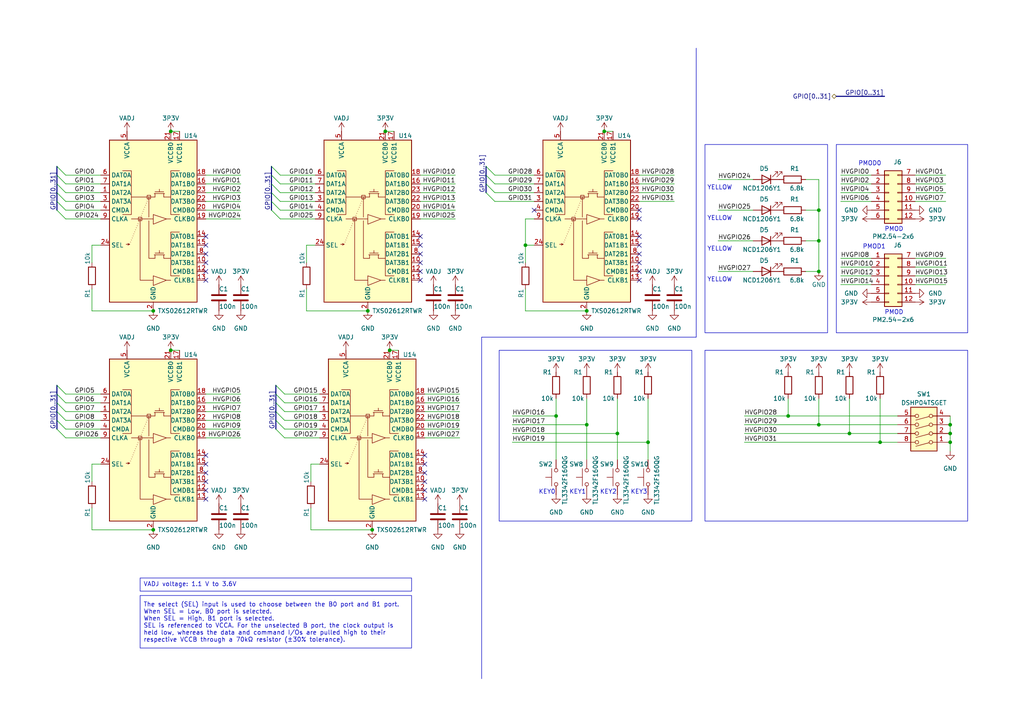
<source format=kicad_sch>
(kicad_sch (version 20230121) (generator eeschema)
  (paper "A4")
  (title_block (title "GPIO") (date "2023-05-09") (rev "1.0.6") (company "CHIPS Alliance") (comment 1 "Rui Huang (2023-03-02)") (comment 2 "Rui Huang (2023-03-02)") (comment 4 "Rui Huang (2023-12-07)"))
  (lib_symbols
    (symbol "CHIPSAlliance_Connector:Conn_PMOD_12" (pin_names (offset 1.016) hide)
      (property "Reference" "J" (at 0 1.27 0))
      (property "Value" "Conn_PMOD_12" (at 0 -16.51 0))
      (symbol "Conn_PMOD_12_1_1"
        (pin passive line (at -3.81 -1.27 0) (length 3.81) (name "Pin_1") (number "1"))
        (pin passive line (at 8.89 -8.89 180) (length 3.81) (name "Pin_10") (number "10"))
        (pin passive line (at 8.89 -11.43 180) (length 3.81) (name "Pin_11") (number "11"))
        (pin passive line (at 8.89 -13.97 180) (length 3.81) (name "Pin_12") (number "12"))
        (pin passive line (at -3.81 -3.81 0) (length 3.81) (name "Pin_2") (number "2"))
        (pin passive line (at -3.81 -6.35 0) (length 3.81) (name "Pin_3") (number "3"))
        (pin passive line (at -3.81 -8.89 0) (length 3.81) (name "Pin_4") (number "4"))
        (pin passive line (at -3.81 -11.43 0) (length 3.81) (name "Pin_5") (number "5"))
        (pin passive line (at -3.81 -13.97 0) (length 3.81) (name "Pin_6") (number "6"))
        (pin passive line (at 8.89 -1.27 180) (length 3.81) (name "Pin_7") (number "7"))
        (pin passive line (at 8.89 -3.81 180) (length 3.81) (name "Pin_8") (number "8"))
        (pin passive line (at 8.89 -6.35 180) (length 3.81) (name "Pin_9") (number "9"))
      )
    )
    (symbol "CHIPSAlliance_Logic:TXS02612RTWR"
      (property "Reference" "U" (at 1.27 1.27 0))
      (property "Value" "TXS02612RTWR" (at 0 -48.26 0))
      (symbol "TXS02612RTWR_1_0"
        (pin bidirectional line (at 27.94 -35.56 180) (length 2.54) (name "DAT3B1") (number "10"))
        (pin power_in line (at 12.7 -49.53 90) (length 2.54) hide (name "GND") (number "11"))
        (pin bidirectional line (at 27.94 -38.1 180) (length 2.54) (name "CMDB1") (number "12"))
        (pin output line (at 27.94 -40.64 180) (length 2.54) (name "CLKB1") (number "13"))
        (pin bidirectional line (at 27.94 -27.94 180) (length 2.54) (name "DAT0B1") (number "14"))
        (pin bidirectional line (at 27.94 -30.48 180) (length 2.54) (name "DAT1B1") (number "15"))
        (pin bidirectional line (at 27.94 -12.7 180) (length 2.54) (name "DAT1B0") (number "16"))
        (pin power_in line (at 20.32 2.54 270) (length 2.54) (name "VCCB1") (number "17"))
        (pin bidirectional line (at 27.94 -10.16 180) (length 2.54) (name "DAT0B0") (number "18"))
        (pin output line (at 27.94 -22.86 180) (length 2.54) (name "CLKB0") (number "19"))
        (pin power_in line (at 12.7 -49.53 90) (length 2.54) (name "GND") (number "2"))
        (pin bidirectional line (at 27.94 -20.32 180) (length 2.54) (name "CMDB0") (number "20"))
        (pin power_in line (at 17.78 2.54 270) (length 2.54) (name "VCCB0") (number "21"))
        (pin bidirectional line (at 27.94 -17.78 180) (length 2.54) (name "DAT3B0") (number "22"))
        (pin bidirectional line (at 27.94 -15.24 180) (length 2.54) (name "DAT2B0") (number "23"))
        (pin input line (at -2.54 -30.48 0) (length 2.54) (name "SEL") (number "24"))
        (pin bidirectional line (at -2.54 -12.7 0) (length 2.54) (name "DAT1A") (number "7"))
        (pin bidirectional line (at 27.94 -33.02 180) (length 2.54) (name "DAT2B1") (number "8"))
        (pin input line (at -2.54 -22.86 0) (length 2.54) (name "CLKA") (number "9"))
      )
      (symbol "TXS02612RTWR_1_1"
        (pin bidirectional line (at -2.54 -15.24 0) (length 2.54) (name "DAT2A") (number "1"))
        (pin input line (at 12.7 -49.53 90) (length 2.54) hide (name "GND") (number "25"))
        (pin bidirectional line (at -2.54 -17.78 0) (length 2.54) (name "DAT3A") (number "3"))
        (pin bidirectional line (at -2.54 -20.32 0) (length 2.54) (name "CMDA") (number "4"))
        (pin power_in line (at 5.08 2.54 270) (length 2.54) (name "VCCA") (number "5"))
        (pin bidirectional line (at -2.54 -10.16 0) (length 2.54) (name "DAT0A") (number "6"))
      )
    )
    (symbol "CHIPSAlliance_Power:3P3V" (power) (pin_names (offset 0))
      (property "Value" "3P3V" (at 0 3.81 0))
      (symbol "3P3V_1_1"
        (pin power_in line (at 0 0 90) (length 0) hide (name "3P3V") (number "1"))
      )
    )
    (symbol "CHIPSAlliance_Power:GND" (power) (pin_names (offset 0))
      (property "Value" "GND" (at 0 -3.81 0))
      (symbol "GND_1_1"
        (pin power_in line (at 0 0 270) (length 0) hide (name "GND") (number "1"))
      )
    )
    (symbol "CHIPSAlliance_Power:VADJ" (power) (pin_names (offset 0))
      (property "Value" "VADJ" (at 0 3.81 0))
      (symbol "VADJ_1_1"
        (pin power_in line (at 0 0 90) (length 0) hide (name "VADJ") (number "1"))
      )
    )
    (symbol "Device:C" (pin_numbers hide) (pin_names (offset 0.254))
      (property "Reference" "C" (at 0.635 2.54 0))
      (property "Value" "C" (at 0.635 -2.54 0))
      (symbol "C_1_1"
        (pin passive line (at 0 3.81 270) (length 2.794) (name "~") (number "1"))
        (pin passive line (at 0 -3.81 90) (length 2.794) (name "~") (number "2"))
      )
    )
    (symbol "Device:LED" (pin_numbers hide) (pin_names (offset 1.016) hide)
      (property "Reference" "D" (at 0 2.54 0))
      (property "Value" "LED" (at 0 -2.54 0))
      (symbol "LED_1_1"
        (pin passive line (at -3.81 0 0) (length 2.54) (name "K") (number "1"))
        (pin passive line (at 3.81 0 180) (length 2.54) (name "A") (number "2"))
      )
    )
    (symbol "Device:R" (pin_numbers hide) (pin_names (offset 0))
      (property "Reference" "R" (at 2.032 0 90))
      (property "Value" "R" (at 0 0 90))
      (symbol "R_1_1"
        (pin passive line (at 0 3.81 270) (length 1.27) (name "~") (number "1"))
        (pin passive line (at 0 -3.81 90) (length 1.27) (name "~") (number "2"))
      )
    )
    (symbol "Switch:SW_DIP_x04" (pin_names (offset 0) hide)
      (property "Reference" "SW" (at 0 8.89 0))
      (property "Value" "SW_DIP_x04" (at 0 -6.35 0))
      (symbol "SW_DIP_x04_1_1"
        (pin passive line (at -7.62 5.08 0) (length 5.08) (name "~") (number "1"))
        (pin passive line (at -7.62 2.54 0) (length 5.08) (name "~") (number "2"))
        (pin passive line (at -7.62 0 0) (length 5.08) (name "~") (number "3"))
        (pin passive line (at -7.62 -2.54 0) (length 5.08) (name "~") (number "4"))
        (pin passive line (at 7.62 -2.54 180) (length 5.08) (name "~") (number "5"))
        (pin passive line (at 7.62 0 180) (length 5.08) (name "~") (number "6"))
        (pin passive line (at 7.62 2.54 180) (length 5.08) (name "~") (number "7"))
        (pin passive line (at 7.62 5.08 180) (length 5.08) (name "~") (number "8"))
      )
    )
    (symbol "Switch:SW_Push" (pin_numbers hide) (pin_names (offset 1.016) hide)
      (property "Reference" "SW" (at 1.27 2.54 0))
      (property "Value" "SW_Push" (at 0 -1.524 0))
      (symbol "SW_Push_0_1"
        (pin passive line (at -5.08 0 0) (length 2.54) (name "1") (number "1"))
        (pin passive line (at 5.08 0 180) (length 2.54) (name "2") (number "2"))
      )
    )
  )
  (junction (at 246.38 125.73))
  (junction (at 170.18 123.19))
  (junction (at 237.49 123.19))
  (junction (at 187.96 128.27))
  (junction (at 275.59 128.27))
  (junction (at 175.26 38.1))
  (junction (at 275.59 123.19))
  (junction (at 49.53 38.1))
  (junction (at 237.49 78.74))
  (junction (at 44.45 90.17))
  (junction (at 106.68 90.17))
  (junction (at 179.07 125.73))
  (junction (at 275.59 125.73))
  (junction (at 111.76 38.1))
  (junction (at 237.49 69.85))
  (junction (at 161.29 120.65))
  (junction (at 49.53 101.6))
  (junction (at 44.45 153.67))
  (junction (at 152.4 71.12))
  (junction (at 107.95 153.67))
  (junction (at 255.27 128.27))
  (junction (at 228.6 120.65))
  (junction (at 170.18 90.17))
  (junction (at 113.03 101.6))
  (junction (at 237.49 60.96))
  (no_connect (at 123.19 137.16))
  (no_connect (at 185.42 81.28))
  (no_connect (at 59.69 139.7))
  (no_connect (at 121.92 78.74))
  (no_connect (at 59.69 68.58))
  (no_connect (at 59.69 71.12))
  (no_connect (at 121.92 71.12))
  (no_connect (at 121.92 76.2))
  (no_connect (at 185.42 78.74))
  (no_connect (at 123.19 134.62))
  (no_connect (at 185.42 60.96))
  (no_connect (at 121.92 68.58))
  (no_connect (at 123.19 132.08))
  (no_connect (at 154.94 60.96))
  (no_connect (at 59.69 73.66))
  (no_connect (at 123.19 139.7))
  (no_connect (at 59.69 76.2))
  (no_connect (at 185.42 76.2))
  (no_connect (at 185.42 73.66))
  (no_connect (at 123.19 142.24))
  (no_connect (at 59.69 142.24))
  (no_connect (at 59.69 144.78))
  (no_connect (at 59.69 137.16))
  (no_connect (at 59.69 132.08))
  (no_connect (at 59.69 81.28))
  (no_connect (at 59.69 78.74))
  (no_connect (at 121.92 73.66))
  (no_connect (at 123.19 144.78))
  (no_connect (at 185.42 68.58))
  (no_connect (at 185.42 63.5))
  (no_connect (at 185.42 71.12))
  (no_connect (at 59.69 134.62))
  (no_connect (at 121.92 81.28))
  (bus_entry (at 19.05 58.42) (size -2.54 -2.54))
  (bus_entry (at 81.28 55.88) (size -2.54 -2.54))
  (bus_entry (at 19.05 127) (size -2.54 -2.54))
  (bus_entry (at 19.05 50.8) (size -2.54 -2.54))
  (bus_entry (at 19.05 121.92) (size -2.54 -2.54))
  (bus_entry (at 143.51 50.8) (size -2.54 -2.54))
  (bus_entry (at 19.05 55.88) (size -2.54 -2.54))
  (bus_entry (at 19.05 119.38) (size -2.54 -2.54))
  (bus_entry (at 82.55 116.84) (size -2.54 -2.54))
  (bus_entry (at 82.55 124.46) (size -2.54 -2.54))
  (bus_entry (at 81.28 58.42) (size -2.54 -2.54))
  (bus_entry (at 81.28 60.96) (size -2.54 -2.54))
  (bus_entry (at 19.05 53.34) (size -2.54 -2.54))
  (bus_entry (at 81.28 63.5) (size -2.54 -2.54))
  (bus_entry (at 143.51 55.88) (size -2.54 -2.54))
  (bus_entry (at 82.55 119.38) (size -2.54 -2.54))
  (bus_entry (at 81.28 53.34) (size -2.54 -2.54))
  (bus_entry (at 19.05 63.5) (size -2.54 -2.54))
  (bus_entry (at 81.28 50.8) (size -2.54 -2.54))
  (bus_entry (at 82.55 114.3) (size -2.54 -2.54))
  (bus_entry (at 143.51 58.42) (size -2.54 -2.54))
  (bus_entry (at 19.05 60.96) (size -2.54 -2.54))
  (bus_entry (at 82.55 121.92) (size -2.54 -2.54))
  (bus_entry (at 143.51 53.34) (size -2.54 -2.54))
  (bus_entry (at 19.05 116.84) (size -2.54 -2.54))
  (bus_entry (at 19.05 114.3) (size -2.54 -2.54))
  (bus_entry (at 82.55 127) (size -2.54 -2.54))
  (bus_entry (at 19.05 124.46) (size -2.54 -2.54))
  (wire (pts (xy 274.32 80.01) (xy 265.43 80.01)))
  (bus (pts (xy 80.01 116.84) (xy 80.01 119.38)))
  (wire (pts (xy 246.38 115.57) (xy 246.38 125.73)))
  (bus (pts (xy 16.51 55.88) (xy 16.51 58.42)))
  (wire (pts (xy 243.84 77.47) (xy 252.73 77.47)))
  (wire (pts (xy 90.17 147.32) (xy 90.17 153.67)))
  (wire (pts (xy 123.19 119.38) (xy 133.35 119.38)))
  (bus (pts (xy 242.57 27.94) (xy 256.54 27.94)))
  (bus (pts (xy 16.51 53.34) (xy 16.51 55.88)))
  (wire (pts (xy 233.68 52.07) (xy 237.49 52.07)))
  (wire (pts (xy 81.28 53.34) (xy 91.44 53.34)))
  (wire (pts (xy 59.69 60.96) (xy 69.85 60.96)))
  (bus (pts (xy 80.01 114.3) (xy 80.01 116.84)))
  (wire (pts (xy 152.4 71.12) (xy 152.4 76.2)))
  (wire (pts (xy 274.32 82.55) (xy 265.43 82.55)))
  (wire (pts (xy 152.4 71.12) (xy 154.94 71.12)))
  (wire (pts (xy 90.17 134.62) (xy 90.17 139.7)))
  (wire (pts (xy 148.59 125.73) (xy 179.07 125.73)))
  (bus (pts (xy 16.51 111.76) (xy 16.51 114.3)))
  (wire (pts (xy 274.32 77.47) (xy 265.43 77.47)))
  (polyline (pts (xy 139.7 97.79) (xy 201.93 97.79)))
  (wire (pts (xy 81.28 63.5) (xy 91.44 63.5)))
  (wire (pts (xy 81.28 50.8) (xy 91.44 50.8)))
  (wire (pts (xy 88.9 71.12) (xy 91.44 71.12)))
  (wire (pts (xy 275.59 125.73) (xy 275.59 128.27)))
  (wire (pts (xy 185.42 50.8) (xy 195.58 50.8)))
  (wire (pts (xy 59.69 119.38) (xy 69.85 119.38)))
  (wire (pts (xy 143.51 55.88) (xy 154.94 55.88)))
  (wire (pts (xy 246.38 125.73) (xy 260.35 125.73)))
  (bus (pts (xy 78.74 53.34) (xy 78.74 55.88)))
  (wire (pts (xy 148.59 123.19) (xy 170.18 123.19)))
  (wire (pts (xy 243.84 80.01) (xy 252.73 80.01)))
  (wire (pts (xy 26.67 147.32) (xy 26.67 153.67)))
  (wire (pts (xy 170.18 123.19) (xy 170.18 133.35)))
  (wire (pts (xy 243.84 82.55) (xy 252.73 82.55)))
  (wire (pts (xy 215.9 120.65) (xy 228.6 120.65)))
  (wire (pts (xy 143.51 58.42) (xy 154.94 58.42)))
  (wire (pts (xy 237.49 123.19) (xy 260.35 123.19)))
  (wire (pts (xy 152.4 83.82) (xy 152.4 90.17)))
  (wire (pts (xy 187.96 115.57) (xy 187.96 128.27)))
  (bus (pts (xy 78.74 50.8) (xy 78.74 53.34)))
  (wire (pts (xy 170.18 115.57) (xy 170.18 123.19)))
  (wire (pts (xy 19.05 53.34) (xy 29.21 53.34)))
  (bus (pts (xy 80.01 121.92) (xy 80.01 124.46)))
  (wire (pts (xy 26.67 90.17) (xy 44.45 90.17)))
  (bus (pts (xy 140.97 50.8) (xy 140.97 53.34)))
  (wire (pts (xy 233.68 60.96) (xy 237.49 60.96)))
  (wire (pts (xy 274.32 58.42) (xy 265.43 58.42)))
  (wire (pts (xy 237.49 115.57) (xy 237.49 123.19)))
  (wire (pts (xy 19.05 114.3) (xy 29.21 114.3)))
  (wire (pts (xy 161.29 115.57) (xy 161.29 120.65)))
  (wire (pts (xy 228.6 120.65) (xy 260.35 120.65)))
  (polyline (pts (xy 201.93 13.97) (xy 201.93 97.79)))
  (wire (pts (xy 274.32 55.88) (xy 265.43 55.88)))
  (wire (pts (xy 26.67 153.67) (xy 44.45 153.67)))
  (wire (pts (xy 275.59 120.65) (xy 275.59 123.19)))
  (wire (pts (xy 49.53 38.1) (xy 52.07 38.1)))
  (wire (pts (xy 215.9 123.19) (xy 237.49 123.19)))
  (wire (pts (xy 143.51 50.8) (xy 154.94 50.8)))
  (wire (pts (xy 237.49 69.85) (xy 237.49 78.74)))
  (wire (pts (xy 111.76 38.1) (xy 114.3 38.1)))
  (wire (pts (xy 237.49 52.07) (xy 237.49 60.96)))
  (bus (pts (xy 140.97 48.26) (xy 140.97 50.8)))
  (wire (pts (xy 243.84 58.42) (xy 252.73 58.42)))
  (wire (pts (xy 59.69 114.3) (xy 69.85 114.3)))
  (wire (pts (xy 59.69 124.46) (xy 69.85 124.46)))
  (bus (pts (xy 16.51 116.84) (xy 16.51 119.38)))
  (wire (pts (xy 123.19 116.84) (xy 133.35 116.84)))
  (wire (pts (xy 208.28 60.96) (xy 218.44 60.96)))
  (wire (pts (xy 179.07 115.57) (xy 179.07 125.73)))
  (bus (pts (xy 16.51 58.42) (xy 16.51 60.96)))
  (wire (pts (xy 121.92 63.5) (xy 132.08 63.5)))
  (wire (pts (xy 233.68 78.74) (xy 237.49 78.74)))
  (wire (pts (xy 152.4 63.5) (xy 152.4 71.12)))
  (wire (pts (xy 179.07 125.73) (xy 179.07 133.35)))
  (wire (pts (xy 19.05 60.96) (xy 29.21 60.96)))
  (wire (pts (xy 59.69 55.88) (xy 69.85 55.88)))
  (wire (pts (xy 59.69 58.42) (xy 69.85 58.42)))
  (wire (pts (xy 88.9 83.82) (xy 88.9 90.17)))
  (wire (pts (xy 88.9 71.12) (xy 88.9 76.2)))
  (bus (pts (xy 78.74 55.88) (xy 78.74 58.42)))
  (wire (pts (xy 208.28 52.07) (xy 218.44 52.07)))
  (wire (pts (xy 275.59 128.27) (xy 275.59 130.81)))
  (wire (pts (xy 90.17 153.67) (xy 107.95 153.67)))
  (wire (pts (xy 215.9 128.27) (xy 255.27 128.27)))
  (bus (pts (xy 80.01 119.38) (xy 80.01 121.92)))
  (wire (pts (xy 123.19 121.92) (xy 133.35 121.92)))
  (wire (pts (xy 59.69 127) (xy 69.85 127)))
  (wire (pts (xy 82.55 127) (xy 92.71 127)))
  (bus (pts (xy 78.74 48.26) (xy 78.74 50.8)))
  (wire (pts (xy 143.51 53.34) (xy 154.94 53.34)))
  (wire (pts (xy 123.19 127) (xy 133.35 127)))
  (wire (pts (xy 19.05 124.46) (xy 29.21 124.46)))
  (wire (pts (xy 19.05 127) (xy 29.21 127)))
  (wire (pts (xy 82.55 124.46) (xy 92.71 124.46)))
  (wire (pts (xy 90.17 134.62) (xy 92.71 134.62)))
  (wire (pts (xy 208.28 78.74) (xy 218.44 78.74)))
  (wire (pts (xy 215.9 125.73) (xy 246.38 125.73)))
  (wire (pts (xy 49.53 101.6) (xy 52.07 101.6)))
  (bus (pts (xy 78.74 58.42) (xy 78.74 60.96)))
  (wire (pts (xy 274.32 50.8) (xy 265.43 50.8)))
  (wire (pts (xy 81.28 55.88) (xy 91.44 55.88)))
  (wire (pts (xy 26.67 71.12) (xy 29.21 71.12)))
  (wire (pts (xy 19.05 121.92) (xy 29.21 121.92)))
  (wire (pts (xy 26.67 134.62) (xy 26.67 139.7)))
  (wire (pts (xy 88.9 90.17) (xy 106.68 90.17)))
  (wire (pts (xy 154.94 63.5) (xy 152.4 63.5)))
  (wire (pts (xy 148.59 120.65) (xy 161.29 120.65)))
  (wire (pts (xy 59.69 121.92) (xy 69.85 121.92)))
  (wire (pts (xy 123.19 124.46) (xy 133.35 124.46)))
  (wire (pts (xy 208.28 69.85) (xy 218.44 69.85)))
  (wire (pts (xy 19.05 116.84) (xy 29.21 116.84)))
  (bus (pts (xy 16.51 119.38) (xy 16.51 121.92)))
  (bus (pts (xy 16.51 114.3) (xy 16.51 116.84)))
  (wire (pts (xy 113.03 101.6) (xy 115.57 101.6)))
  (wire (pts (xy 121.92 50.8) (xy 132.08 50.8)))
  (wire (pts (xy 26.67 71.12) (xy 26.67 76.2)))
  (wire (pts (xy 233.68 69.85) (xy 237.49 69.85)))
  (wire (pts (xy 175.26 38.1) (xy 177.8 38.1)))
  (wire (pts (xy 275.59 123.19) (xy 275.59 125.73)))
  (wire (pts (xy 243.84 55.88) (xy 252.73 55.88)))
  (wire (pts (xy 121.92 60.96) (xy 132.08 60.96)))
  (wire (pts (xy 274.32 53.34) (xy 265.43 53.34)))
  (wire (pts (xy 82.55 116.84) (xy 92.71 116.84)))
  (polyline (pts (xy 139.7 97.79) (xy 139.7 196.85)))
  (wire (pts (xy 26.67 83.82) (xy 26.67 90.17)))
  (wire (pts (xy 59.69 116.84) (xy 69.85 116.84)))
  (wire (pts (xy 26.67 134.62) (xy 29.21 134.62)))
  (wire (pts (xy 19.05 58.42) (xy 29.21 58.42)))
  (wire (pts (xy 19.05 50.8) (xy 29.21 50.8)))
  (wire (pts (xy 148.59 128.27) (xy 187.96 128.27)))
  (wire (pts (xy 121.92 55.88) (xy 132.08 55.88)))
  (wire (pts (xy 19.05 55.88) (xy 29.21 55.88)))
  (wire (pts (xy 152.4 90.17) (xy 170.18 90.17)))
  (wire (pts (xy 59.69 50.8) (xy 69.85 50.8)))
  (wire (pts (xy 255.27 128.27) (xy 260.35 128.27)))
  (bus (pts (xy 16.51 50.8) (xy 16.51 53.34)))
  (wire (pts (xy 19.05 119.38) (xy 29.21 119.38)))
  (wire (pts (xy 82.55 119.38) (xy 92.71 119.38)))
  (wire (pts (xy 255.27 115.57) (xy 255.27 128.27)))
  (wire (pts (xy 185.42 55.88) (xy 195.58 55.88)))
  (wire (pts (xy 59.69 53.34) (xy 69.85 53.34)))
  (wire (pts (xy 82.55 121.92) (xy 92.71 121.92)))
  (bus (pts (xy 140.97 53.34) (xy 140.97 55.88)))
  (wire (pts (xy 121.92 58.42) (xy 132.08 58.42)))
  (wire (pts (xy 185.42 53.34) (xy 195.58 53.34)))
  (wire (pts (xy 161.29 120.65) (xy 161.29 133.35)))
  (wire (pts (xy 121.92 53.34) (xy 132.08 53.34)))
  (bus (pts (xy 16.51 121.92) (xy 16.51 124.46)))
  (wire (pts (xy 81.28 58.42) (xy 91.44 58.42)))
  (wire (pts (xy 243.84 53.34) (xy 252.73 53.34)))
  (wire (pts (xy 243.84 74.93) (xy 252.73 74.93)))
  (wire (pts (xy 228.6 115.57) (xy 228.6 120.65)))
  (wire (pts (xy 82.55 114.3) (xy 92.71 114.3)))
  (wire (pts (xy 187.96 128.27) (xy 187.96 133.35)))
  (wire (pts (xy 237.49 60.96) (xy 237.49 69.85)))
  (wire (pts (xy 123.19 114.3) (xy 133.35 114.3)))
  (wire (pts (xy 274.32 74.93) (xy 265.43 74.93)))
  (wire (pts (xy 59.69 63.5) (xy 69.85 63.5)))
  (wire (pts (xy 81.28 60.96) (xy 91.44 60.96)))
  (wire (pts (xy 19.05 63.5) (xy 29.21 63.5)))
  (bus (pts (xy 80.01 111.76) (xy 80.01 114.3)))
  (wire (pts (xy 243.84 50.8) (xy 252.73 50.8)))
  (wire (pts (xy 185.42 58.42) (xy 195.58 58.42)))
  (bus (pts (xy 16.51 48.26) (xy 16.51 50.8)))
  (rectangle (start 242.57 41.91) (end 280.67 96.52))
  (rectangle (start 204.47 41.91) (end 240.03 96.52))
  (rectangle (start 144.78 101.6) (end 200.66 151.13))
  (rectangle (start 204.47 101.6) (end 280.67 151.13))
  (text_box "The select (SEL) input is used to choose between the B0 port and B1 port. \nWhen SEL = Low, B0 port is selected.\nWhen SEL = High, B1 port is selected.\nSEL is referenced to VCCA. For the unselected B port, the clock output is held low, whereas the data and command I/Os are pulled high to their respective VCCB through a 70kΩ resistor (±30% tolerance)." (at 40.64 172.72 0) (size 78.74 15.24) (effects (font (size 1.27 1.27)) (justify left)))
  (text_box "VADJ voltage: 1.1 V to 3.6V" (at 40.64 167.64 0) (size 78.74 3.81) (effects (font (size 1.27 1.27)) (justify left top)))
  (text "PMOD" (at 256.54 91.44 0) (effects (font (size 1.27 1.27)) (justify left bottom)))
  (text "PMOD0" (at 248.92 48.26 0) (effects (font (size 1.27 1.27)) (justify left bottom)))
  (text "YELLOW" (at 205.105 64.135 0) (effects (font (size 1.27 1.27)) (justify left bottom)))
  (text "YELLOW" (at 205.105 73.025 0) (effects (font (size 1.27 1.27)) (justify left bottom)))
  (text "YELLOW" (at 205.105 55.245 0) (effects (font (size 1.27 1.27)) (justify left bottom)))
  (text "PMOD1" (at 250.19 72.39 0) (effects (font (size 1.27 1.27)) (justify left bottom)))
  (text "KEY3" (at 182.88 143.51 0) (effects (font (size 1.27 1.27)) (justify left bottom)))
  (text "KEY1" (at 165.1 143.51 0) (effects (font (size 1.27 1.27)) (justify left bottom)))
  (text "YELLOW" (at 205.105 81.915 0) (effects (font (size 1.27 1.27)) (justify left bottom)))
  (text "KEY2" (at 173.99 143.51 0) (effects (font (size 1.27 1.27)) (justify left bottom)))
  (text "KEY0" (at 156.21 143.51 0) (effects (font (size 1.27 1.27)) (justify left bottom)))
  (text "PMOD" (at 256.54 67.31 0) (effects (font (size 1.27 1.27)) (justify left bottom)))
  (label "HVGPIO5" (at 69.85 114.3 180))
  (label "GPIO[0..31]" (at 16.51 124.46 90))
  (label "HVGPIO15" (at 133.35 114.3 180))
  (label "HVGPIO3" (at 69.85 58.42 180))
  (label "HVGPIO0" (at 243.84 50.8 0))
  (label "HVGPIO0" (at 69.85 50.8 180))
  (label "HVGPIO9" (at 69.85 124.46 180))
  (label "HVGPIO26" (at 69.85 127 180))
  (label "GPIO19" (at 85.09 124.46 0))
  (label "HVGPIO17" (at 133.35 119.38 180))
  (label "GPIO[0..31]" (at 16.51 60.96 90))
  (label "GPIO26" (at 21.59 127 0))
  (label "GPIO10" (at 83.82 50.8 0))
  (label "HVGPIO30" (at 215.9 125.73 0))
  (label "HVGPIO13" (at 265.43 80.01 0))
  (label "HVGPIO11" (at 265.43 77.47 0))
  (label "HVGPIO19" (at 148.59 128.27 0))
  (label "HVGPIO19" (at 133.35 124.46 180))
  (label "HVGPIO31" (at 195.58 58.42 180))
  (label "HVGPIO8" (at 243.84 74.93 0))
  (label "HVGPIO2" (at 69.85 55.88 180))
  (label "HVGPIO11" (at 132.08 53.34 180))
  (label "GPIO17" (at 85.09 119.38 0))
  (label "GPIO11" (at 83.82 53.34 0))
  (label "GPIO5" (at 21.59 114.3 0))
  (label "GPIO16" (at 85.09 116.84 0))
  (label "GPIO7" (at 21.59 119.38 0))
  (label "GPIO[0..31]" (at 78.74 60.96 90))
  (label "HVGPIO12" (at 132.08 55.88 180))
  (label "HVGPIO5" (at 265.43 55.88 0))
  (label "GPIO30" (at 147.32 55.88 0))
  (label "GPIO3" (at 21.59 58.42 0))
  (label "HVGPIO12" (at 243.84 80.01 0))
  (label "GPIO6" (at 21.59 116.84 0))
  (label "GPIO12" (at 83.82 55.88 0))
  (label "HVGPIO24" (at 69.85 63.5 180))
  (label "HVGPIO28" (at 215.9 120.65 0))
  (label "HVGPIO16" (at 148.59 120.65 0))
  (label "HVGPIO10" (at 132.08 50.8 180))
  (label "GPIO0" (at 21.59 50.8 0))
  (label "HVGPIO4" (at 243.84 55.88 0))
  (label "GPIO[0..31]" (at 140.97 55.88 90))
  (label "HVGPIO4" (at 69.85 60.96 180))
  (label "GPIO31" (at 147.32 58.42 0))
  (label "HVGPIO18" (at 148.59 125.73 0))
  (label "HVGPIO14" (at 243.84 82.55 0))
  (label "HVGPIO6" (at 243.84 58.42 0))
  (label "HVGPIO30" (at 195.58 55.88 180))
  (label "HVGPIO24" (at 208.28 52.07 0))
  (label "HVGPIO18" (at 133.35 121.92 180))
  (label "GPIO25" (at 83.82 63.5 0))
  (label "GPIO15" (at 85.09 114.3 0))
  (label "HVGPIO13" (at 132.08 58.42 180))
  (label "HVGPIO15" (at 265.43 82.55 0))
  (label "GPIO14" (at 83.82 60.96 0))
  (label "HVGPIO10" (at 243.84 77.47 0))
  (label "GPIO8" (at 21.59 121.92 0))
  (label "HVGPIO7" (at 69.85 119.38 180))
  (label "GPIO29" (at 147.32 53.34 0))
  (label "HVGPIO2" (at 243.84 53.34 0))
  (label "GPIO1" (at 21.59 53.34 0))
  (label "HVGPIO31" (at 215.9 128.27 0))
  (label "HVGPIO17" (at 148.59 123.19 0))
  (label "GPIO4" (at 21.59 60.96 0))
  (label "HVGPIO8" (at 69.85 121.92 180))
  (label "HVGPIO1" (at 265.43 50.8 0))
  (label "HVGPIO9" (at 265.43 74.93 0))
  (label "HVGPIO27" (at 208.28 78.74 0))
  (label "HVGPIO7" (at 265.43 58.42 0))
  (label "GPIO27" (at 85.09 127 0))
  (label "GPIO9" (at 21.59 124.46 0))
  (label "HVGPIO3" (at 265.43 53.34 0))
  (label "HVGPIO29" (at 195.58 53.34 180))
  (label "GPIO18" (at 85.09 121.92 0))
  (label "HVGPIO29" (at 215.9 123.19 0))
  (label "GPIO13" (at 83.82 58.42 0))
  (label "HVGPIO6" (at 69.85 116.84 180))
  (label "GPIO[0..31]" (at 245.11 27.94 0))
  (label "GPIO2" (at 21.59 55.88 0))
  (label "GPIO28" (at 147.32 50.8 0))
  (label "GPIO[0..31]" (at 80.01 124.46 90))
  (label "HVGPIO25" (at 208.28 60.96 0))
  (label "HVGPIO25" (at 132.08 63.5 180))
  (label "GPIO24" (at 21.59 63.5 0))
  (label "HVGPIO1" (at 69.85 53.34 180))
  (label "HVGPIO26" (at 208.28 69.85 0))
  (label "HVGPIO16" (at 133.35 116.84 180))
  (label "HVGPIO28" (at 195.58 50.8 180))
  (label "HVGPIO27" (at 133.35 127 180))
  (label "HVGPIO14" (at 132.08 60.96 180))
  (hierarchical_label "GPIO[0..31]" (shape bidirectional) (at 242.57 27.94 180))
  (symbol (lib_id "Device:R") (at 237.49 111.76 180) (unit 1)
    (property "Reference" "R1" (at 234.95 107.95 0))
    (property "Value" "10k" (at 234.95 115.57 0))
    (property "Footprint" "Resistor_SMD:R_0402_1005Metric" (effects hide))
    (instances (project "fmc_usb_gpio_spi_jtag" (path "" (reference "R1") (unit 1)) (path "" (reference "R26") (unit 1)) (path "" (reference "R15") (unit 1))))
  )
  (symbol (lib_id "Device:C") (at 69.85 86.36 0) (unit 1)
    (property "Reference" "C1" (at 69.85 83.82 0) (effects (justify left)))
    (property "Value" "100n" (at 69.85 88.9 0) (effects (justify left)))
    (property "Footprint" "Capacitor_SMD:C_0402_1005Metric" (effects hide))
    (instances (project "fmc_usb_gpio_spi_jtag" (path "" (reference "C1") (unit 1)) (path "" (reference "C2") (unit 1)) (path "" (reference "C5") (unit 1)) (path "" (reference "C13") (unit 1)) (path "" (reference "C26") (unit 1))))
  )
  (symbol (lib_id "CHIPSAlliance_Power:3P3V") (at 170.18 107.95 0) (unit 1)
    (property "Reference" "#PWR0269" (effects hide))
    (property "Value" "3P3V" (at 170.18 104.14 0))
  )
  (symbol (lib_id "Switch:SW_Push") (at 187.96 138.43 90) (unit 1)
    (property "Reference" "SW10" (at 182.88 134.62 90) (effects (justify right)))
    (property "Value" "TL3342F160QG" (at 190.5 132.08 0) (effects (justify right)))
    (property "Footprint" "Button_Switch_SMD:SW_SPST_TL3342" (effects hide))
    (property "Datasheet" "https://atta.szlcsc.com/upload/public/pdf/source/20210906/11280193174E7DA876DC76C90FC72D93.pdf" (effects hide))
  )
  (symbol (lib_id "CHIPSAlliance_Power:3P3V") (at 49.53 101.6 0) (unit 1)
    (property "Reference" "#PWR0192" (effects hide))
    (property "Value" "3P3V" (at 49.53 97.79 0))
  )
  (symbol (lib_id "CHIPSAlliance_Power:GND") (at 265.43 60.96 90) (unit 1)
    (property "Reference" "#PWR077" (effects hide))
    (property "Value" "GND" (at 269.24 60.96 90) (effects (justify right)))
  )
  (symbol (lib_id "Device:R") (at 229.87 60.96 90) (unit 1)
    (property "Reference" "R1" (at 230.505 57.785 90))
    (property "Value" "6.8k" (at 231.14 63.5 90))
    (property "Footprint" "Resistor_SMD:R_0402_1005Metric" (effects hide))
    (instances (project "fmc_usb_gpio_spi_jtag" (path "" (reference "R1") (unit 1)) (path "" (reference "R9") (unit 1)) (path "" (reference "R30") (unit 1))))
  )
  (symbol (lib_id "CHIPSAlliance_Power:GND") (at 252.73 60.96 270) (unit 1)
    (property "Reference" "#PWR018" (effects hide))
    (property "Value" "GND" (at 248.92 60.96 90) (effects (justify right)))
  )
  (symbol (lib_id "CHIPSAlliance_Power:VADJ") (at 189.23 82.55 0) (unit 1)
    (property "Reference" "#PWR0249" (effects hide))
    (property "Value" "VADJ" (at 189.23 78.74 0))
  )
  (symbol (lib_id "CHIPSAlliance_Power:GND") (at 133.35 153.67 0) (unit 1)
    (property "Reference" "#PWR0202" (effects hide))
    (property "Value" "GND" (at 133.35 158.75 0))
  )
  (symbol (lib_id "CHIPSAlliance_Connector:Conn_PMOD_12") (at 256.54 49.53 0) (unit 1)
    (property "Reference" "J6" (at 260.35 46.99 0))
    (property "Value" "PM2.54-2x6" (at 259.08 68.58 0))
    (property "Footprint" "Connector_PinSocket_2.54mm:PinSocket_2x06_P2.54mm_Vertical" (effects hide))
    (property "Datasheet" "https://atta.szlcsc.com/upload/public/pdf/source/20220729/B685A447B6E7D9EA1A3EF6B07540DD20.pdf" (effects hide))
  )
  (symbol (lib_id "CHIPSAlliance_Power:GND") (at 106.68 90.17 0) (unit 1)
    (property "Reference" "#PWR0195" (effects hide))
    (property "Value" "GND" (at 106.68 95.25 0))
  )
  (symbol (lib_id "CHIPSAlliance_Power:GND") (at 170.18 143.51 0) (unit 1)
    (property "Reference" "#PWR0270" (effects hide))
    (property "Value" "GND" (at 170.18 148.59 0))
  )
  (symbol (lib_id "Device:LED") (at 222.25 52.07 180) (unit 1)
    (property "Reference" "D5" (at 221.615 48.895 0))
    (property "Value" "NCD1206Y1" (at 220.98 54.61 0))
    (property "Footprint" "LED_SMD:LED_1206_3216Metric" (effects hide))
    (property "Datasheet" "https://atta.szlcsc.com/upload/public/pdf/source/20200820/C93094_6F5D01A021C9A31E770105D1A06BBAC1.pdf" (effects hide))
    (instances (project "fmc_usb_gpio_spi_jtag" (path "" (reference "D5") (unit 1)) (path "" (reference "D8") (unit 1))))
  )
  (symbol (lib_id "CHIPSAlliance_Logic:TXS02612RTWR") (at 95.25 104.14 0) (unit 1)
    (property "Reference" "U14" (at 116.84 102.87 0) (effects (justify left)))
    (property "Value" "TXS02612RTWR" (at 109.22 153.67 0) (effects (justify left)))
    (property "Footprint" "CHIPSAlliance_Package_DFN_QFN:WQFN-24-1EP_4x4mm_P0.5mm_EP2.45x2.45mm" (effects hide))
    (property "Datasheet" "https://www.ti.com/lit/ds/symlink/txs02612.pdf" (effects hide))
    (instances (project "fmc_usb_gpio_spi_jtag" (path "" (reference "U14") (unit 1)) (path "" (reference "U16") (unit 1))))
  )
  (symbol (lib_id "CHIPSAlliance_Logic:TXS02612RTWR") (at 31.75 40.64 0) (unit 1)
    (property "Reference" "U14" (at 53.34 39.37 0) (effects (justify left)))
    (property "Value" "TXS02612RTWR" (at 45.72 90.17 0) (effects (justify left)))
    (property "Footprint" "CHIPSAlliance_Package_DFN_QFN:WQFN-24-1EP_4x4mm_P0.5mm_EP2.45x2.45mm" (effects hide))
    (property "Datasheet" "https://www.ti.com/lit/ds/symlink/txs02612.pdf" (effects hide))
    (instances (project "fmc_usb_gpio_spi_jtag" (path "" (reference "U14") (unit 1)) (path "" (reference "U11") (unit 1))))
  )
  (symbol (lib_id "Device:R") (at 246.38 111.76 180) (unit 1)
    (property "Reference" "R1" (at 243.84 107.95 0))
    (property "Value" "10k" (at 243.84 115.57 0))
    (property "Footprint" "Resistor_SMD:R_0402_1005Metric" (effects hide))
    (instances (project "fmc_usb_gpio_spi_jtag" (path "" (reference "R1") (unit 1)) (path "" (reference "R27") (unit 1)) (path "" (reference "R16") (unit 1))))
  )
  (symbol (lib_id "CHIPSAlliance_Power:GND") (at 161.29 143.51 0) (unit 1)
    (property "Reference" "#PWR0268" (effects hide))
    (property "Value" "GND" (at 161.29 148.59 0))
  )
  (symbol (lib_id "Switch:SW_Push") (at 161.29 138.43 90) (unit 1)
    (property "Reference" "SW2" (at 156.21 134.62 90) (effects (justify right)))
    (property "Value" "TL3342F160QG" (at 163.83 132.08 0) (effects (justify right)))
    (property "Footprint" "Button_Switch_SMD:SW_SPST_TL3342" (effects hide))
    (property "Datasheet" "https://atta.szlcsc.com/upload/public/pdf/source/20210906/11280193174E7DA876DC76C90FC72D93.pdf" (effects hide))
  )
  (symbol (lib_id "CHIPSAlliance_Power:VADJ") (at 99.06 38.1 0) (unit 1)
    (property "Reference" "#PWR078" (effects hide))
    (property "Value" "VADJ" (at 99.06 34.29 0))
  )
  (symbol (lib_id "Device:R") (at 26.67 143.51 180) (unit 1)
    (property "Reference" "R1" (at 25.4 148.59 90))
    (property "Value" "10k" (at 25.4 138.43 90))
    (property "Footprint" "Resistor_SMD:R_0402_1005Metric" (effects hide))
    (instances (project "fmc_usb_gpio_spi_jtag" (path "" (reference "R1") (unit 1)) (path "" (reference "R19") (unit 1)) (path "" (reference "R12") (unit 1))))
  )
  (symbol (lib_id "Device:R") (at 187.96 111.76 180) (unit 1)
    (property "Reference" "R1" (at 185.42 107.95 0))
    (property "Value" "10k" (at 185.42 115.57 0))
    (property "Footprint" "Resistor_SMD:R_0402_1005Metric" (effects hide))
    (instances (project "fmc_usb_gpio_spi_jtag" (path "" (reference "R1") (unit 1)) (path "" (reference "R51") (unit 1)) (path "" (reference "R17") (unit 1))))
  )
  (symbol (lib_id "Device:C") (at 195.58 86.36 0) (unit 1)
    (property "Reference" "C1" (at 195.58 83.82 0) (effects (justify left)))
    (property "Value" "100n" (at 195.58 88.9 0) (effects (justify left)))
    (property "Footprint" "Capacitor_SMD:C_0402_1005Metric" (effects hide))
    (instances (project "fmc_usb_gpio_spi_jtag" (path "" (reference "C1") (unit 1)) (path "" (reference "C2") (unit 1)) (path "" (reference "C5") (unit 1)) (path "" (reference "C13") (unit 1)) (path "" (reference "C38") (unit 1))))
  )
  (symbol (lib_id "Device:R") (at 255.27 111.76 180) (unit 1)
    (property "Reference" "R1" (at 252.73 107.95 0))
    (property "Value" "10k" (at 252.73 115.57 0))
    (property "Footprint" "Resistor_SMD:R_0402_1005Metric" (effects hide))
    (instances (project "fmc_usb_gpio_spi_jtag" (path "" (reference "R1") (unit 1)) (path "" (reference "R28") (unit 1)) (path "" (reference "R17") (unit 1))))
  )
  (symbol (lib_id "CHIPSAlliance_Power:3P3V") (at 113.03 101.6 0) (unit 1)
    (property "Reference" "#PWR0188" (effects hide))
    (property "Value" "3P3V" (at 113.03 97.79 0))
  )
  (symbol (lib_id "CHIPSAlliance_Logic:TXS02612RTWR") (at 93.98 40.64 0) (unit 1)
    (property "Reference" "U14" (at 115.57 39.37 0) (effects (justify left)))
    (property "Value" "TXS02612RTWR" (at 107.95 90.17 0) (effects (justify left)))
    (property "Footprint" "CHIPSAlliance_Package_DFN_QFN:WQFN-24-1EP_4x4mm_P0.5mm_EP2.45x2.45mm" (effects hide))
    (property "Datasheet" "https://www.ti.com/lit/ds/symlink/txs02612.pdf" (effects hide))
    (instances (project "fmc_usb_gpio_spi_jtag" (path "" (reference "U14") (unit 1)) (path "" (reference "U15") (unit 1))))
  )
  (symbol (lib_id "CHIPSAlliance_Logic:TXS02612RTWR") (at 31.75 104.14 0) (unit 1)
    (property "Reference" "U14" (at 53.34 102.87 0) (effects (justify left)))
    (property "Value" "TXS02612RTWR" (at 45.72 153.67 0) (effects (justify left)))
    (property "Footprint" "CHIPSAlliance_Package_DFN_QFN:WQFN-24-1EP_4x4mm_P0.5mm_EP2.45x2.45mm" (effects hide))
    (property "Datasheet" "https://www.ti.com/lit/ds/symlink/txs02612.pdf" (effects hide))
    (instances (project "fmc_usb_gpio_spi_jtag" (path "" (reference "U14") (unit 1)) (path "" (reference "U4") (unit 1))))
  )
  (symbol (lib_id "CHIPSAlliance_Power:3P3V") (at 255.27 107.95 0) (unit 1)
    (property "Reference" "#PWR0208" (effects hide))
    (property "Value" "3P3V" (at 255.27 104.14 0))
  )
  (symbol (lib_id "Device:R") (at 229.87 78.74 90) (unit 1)
    (property "Reference" "R1" (at 230.505 75.565 90))
    (property "Value" "6.8k" (at 231.14 81.28 90))
    (property "Footprint" "Resistor_SMD:R_0402_1005Metric" (effects hide))
    (instances (project "fmc_usb_gpio_spi_jtag" (path "" (reference "R1") (unit 1)) (path "" (reference "R9") (unit 1)) (path "" (reference "R32") (unit 1))))
  )
  (symbol (lib_id "CHIPSAlliance_Power:3P3V") (at 195.58 82.55 0) (unit 1)
    (property "Reference" "#PWR0260" (effects hide))
    (property "Value" "3P3V" (at 195.58 78.74 0))
  )
  (symbol (lib_id "CHIPSAlliance_Power:VADJ") (at 63.5 82.55 0) (unit 1)
    (property "Reference" "#PWR0219" (effects hide))
    (property "Value" "VADJ" (at 63.5 78.74 0))
  )
  (symbol (lib_id "Device:C") (at 63.5 149.86 0) (unit 1)
    (property "Reference" "C1" (at 63.5 147.32 0) (effects (justify left)))
    (property "Value" "100n" (at 63.5 152.4 0) (effects (justify left)))
    (property "Footprint" "Capacitor_SMD:C_0402_1005Metric" (effects hide))
    (instances (project "fmc_usb_gpio_spi_jtag" (path "" (reference "C1") (unit 1)) (path "" (reference "C2") (unit 1)) (path "" (reference "C5") (unit 1)) (path "" (reference "C12") (unit 1)) (path "" (reference "C29") (unit 1))))
  )
  (symbol (lib_id "CHIPSAlliance_Power:3P3V") (at 132.08 82.55 0) (unit 1)
    (property "Reference" "#PWR0256" (effects hide))
    (property "Value" "3P3V" (at 132.08 78.74 0))
  )
  (symbol (lib_id "Device:LED") (at 222.25 60.96 180) (unit 1)
    (property "Reference" "D5" (at 221.615 57.785 0))
    (property "Value" "NCD1206Y1" (at 220.98 63.5 0))
    (property "Footprint" "LED_SMD:LED_1206_3216Metric" (effects hide))
    (property "Datasheet" "https://atta.szlcsc.com/upload/public/pdf/source/20200820/C93094_6F5D01A021C9A31E770105D1A06BBAC1.pdf" (effects hide))
    (instances (project "fmc_usb_gpio_spi_jtag" (path "" (reference "D5") (unit 1)) (path "" (reference "D9") (unit 1))))
  )
  (symbol (lib_id "CHIPSAlliance_Power:3P3V") (at 187.96 107.95 0) (unit 1)
    (property "Reference" "#PWR0273" (effects hide))
    (property "Value" "3P3V" (at 187.96 104.14 0))
  )
  (symbol (lib_id "CHIPSAlliance_Power:3P3V") (at 179.07 107.95 0) (unit 1)
    (property "Reference" "#PWR0271" (effects hide))
    (property "Value" "3P3V" (at 179.07 104.14 0))
  )
  (symbol (lib_id "Switch:SW_Push") (at 170.18 138.43 90) (unit 1)
    (property "Reference" "SW8" (at 165.1 134.62 90) (effects (justify right)))
    (property "Value" "TL3342F160QG" (at 172.72 132.08 0) (effects (justify right)))
    (property "Footprint" "Button_Switch_SMD:SW_SPST_TL3342" (effects hide))
    (property "Datasheet" "https://atta.szlcsc.com/upload/public/pdf/source/20210906/11280193174E7DA876DC76C90FC72D93.pdf" (effects hide))
  )
  (symbol (lib_id "Device:R") (at 229.87 69.85 90) (unit 1)
    (property "Reference" "R1" (at 230.505 66.675 90))
    (property "Value" "6.8k" (at 231.14 72.39 90))
    (property "Footprint" "Resistor_SMD:R_0402_1005Metric" (effects hide))
    (instances (project "fmc_usb_gpio_spi_jtag" (path "" (reference "R1") (unit 1)) (path "" (reference "R9") (unit 1)) (path "" (reference "R31") (unit 1))))
  )
  (symbol (lib_id "CHIPSAlliance_Power:GND") (at 252.73 85.09 270) (unit 1)
    (property "Reference" "#PWR097" (effects hide))
    (property "Value" "GND" (at 248.92 85.09 90) (effects (justify right)))
  )
  (symbol (lib_id "CHIPSAlliance_Power:3P3V") (at 49.53 38.1 0) (unit 1)
    (property "Reference" "#PWR0197" (effects hide))
    (property "Value" "3P3V" (at 49.53 34.29 0))
  )
  (symbol (lib_id "CHIPSAlliance_Power:VADJ") (at 36.83 101.6 0) (unit 1)
    (property "Reference" "#PWR0198" (effects hide))
    (property "Value" "VADJ" (at 36.83 97.79 0))
  )
  (symbol (lib_id "CHIPSAlliance_Power:GND") (at 179.07 143.51 0) (unit 1)
    (property "Reference" "#PWR0272" (effects hide))
    (property "Value" "GND" (at 179.07 148.59 0))
  )
  (symbol (lib_id "CHIPSAlliance_Power:3P3V") (at 175.26 38.1 0) (unit 1)
    (property "Reference" "#PWR0247" (effects hide))
    (property "Value" "3P3V" (at 175.26 34.29 0))
  )
  (symbol (lib_id "Device:R") (at 161.29 111.76 180) (unit 1)
    (property "Reference" "R1" (at 158.75 107.95 0))
    (property "Value" "10k" (at 158.75 115.57 0))
    (property "Footprint" "Resistor_SMD:R_0402_1005Metric" (effects hide))
    (instances (project "fmc_usb_gpio_spi_jtag" (path "" (reference "R1") (unit 1)) (path "" (reference "R48") (unit 1)) (path "" (reference "R14") (unit 1))))
  )
  (symbol (lib_id "Device:C") (at 133.35 149.86 0) (unit 1)
    (property "Reference" "C1" (at 133.35 147.32 0) (effects (justify left)))
    (property "Value" "100n" (at 133.35 152.4 0) (effects (justify left)))
    (property "Footprint" "Capacitor_SMD:C_0402_1005Metric" (effects hide))
    (instances (project "fmc_usb_gpio_spi_jtag" (path "" (reference "C1") (unit 1)) (path "" (reference "C2") (unit 1)) (path "" (reference "C5") (unit 1)) (path "" (reference "C13") (unit 1)) (path "" (reference "C32") (unit 1))))
  )
  (symbol (lib_id "Device:C") (at 132.08 86.36 0) (unit 1)
    (property "Reference" "C1" (at 132.08 83.82 0) (effects (justify left)))
    (property "Value" "100n" (at 132.08 88.9 0) (effects (justify left)))
    (property "Footprint" "Capacitor_SMD:C_0402_1005Metric" (effects hide))
    (instances (project "fmc_usb_gpio_spi_jtag" (path "" (reference "C1") (unit 1)) (path "" (reference "C2") (unit 1)) (path "" (reference "C5") (unit 1)) (path "" (reference "C13") (unit 1)) (path "" (reference "C28") (unit 1))))
  )
  (symbol (lib_id "CHIPSAlliance_Power:VADJ") (at 127 146.05 0) (unit 1)
    (property "Reference" "#PWR0203" (effects hide))
    (property "Value" "VADJ" (at 127 142.24 0))
  )
  (symbol (lib_id "CHIPSAlliance_Connector:Conn_PMOD_12") (at 256.54 73.66 0) (unit 1)
    (property "Reference" "J6" (at 260.35 71.12 0))
    (property "Value" "PM2.54-2x6" (at 259.08 92.71 0))
    (property "Footprint" "Connector_PinSocket_2.54mm:PinSocket_2x06_P2.54mm_Vertical" (effects hide))
    (property "Datasheet" "https://atta.szlcsc.com/upload/public/pdf/source/20220729/B685A447B6E7D9EA1A3EF6B07540DD20.pdf" (effects hide))
    (instances (project "fmc_usb_gpio_spi_jtag" (path "" (reference "J6") (unit 1)) (path "" (reference "J8") (unit 1))))
  )
  (symbol (lib_id "CHIPSAlliance_Power:3P3V") (at 246.38 107.95 0) (unit 1)
    (property "Reference" "#PWR0210" (effects hide))
    (property "Value" "3P3V" (at 246.38 104.14 0))
  )
  (symbol (lib_id "CHIPSAlliance_Power:3P3V") (at 252.73 87.63 90) (unit 1)
    (property "Reference" "#PWR0257" (effects hide))
    (property "Value" "3P3V" (at 243.84 87.63 90) (effects (justify right)))
  )
  (symbol (lib_id "Device:LED") (at 222.25 69.85 180) (unit 1)
    (property "Reference" "D5" (at 221.615 66.675 0))
    (property "Value" "NCD1206Y1" (at 220.98 72.39 0))
    (property "Footprint" "LED_SMD:LED_1206_3216Metric" (effects hide))
    (property "Datasheet" "https://atta.szlcsc.com/upload/public/pdf/source/20200820/C93094_6F5D01A021C9A31E770105D1A06BBAC1.pdf" (effects hide))
    (instances (project "fmc_usb_gpio_spi_jtag" (path "" (reference "D5") (unit 1)) (path "" (reference "D10") (unit 1))))
  )
  (symbol (lib_id "CHIPSAlliance_Power:GND") (at 69.85 90.17 0) (unit 1)
    (property "Reference" "#PWR0217" (effects hide))
    (property "Value" "GND" (at 69.85 95.25 0))
  )
  (symbol (lib_id "Device:C") (at 69.85 149.86 0) (unit 1)
    (property "Reference" "C1" (at 69.85 147.32 0) (effects (justify left)))
    (property "Value" "100n" (at 69.85 152.4 0) (effects (justify left)))
    (property "Footprint" "Capacitor_SMD:C_0402_1005Metric" (effects hide))
    (instances (project "fmc_usb_gpio_spi_jtag" (path "" (reference "C1") (unit 1)) (path "" (reference "C2") (unit 1)) (path "" (reference "C5") (unit 1)) (path "" (reference "C13") (unit 1)) (path "" (reference "C30") (unit 1))))
  )
  (symbol (lib_id "CHIPSAlliance_Power:GND") (at 63.5 90.17 0) (unit 1)
    (property "Reference" "#PWR0215" (effects hide))
    (property "Value" "GND" (at 63.5 95.25 0))
  )
  (symbol (lib_id "CHIPSAlliance_Power:GND") (at 195.58 90.17 0) (unit 1)
    (property "Reference" "#PWR0266" (effects hide))
    (property "Value" "GND" (at 195.58 95.25 0))
  )
  (symbol (lib_id "Device:C") (at 127 149.86 0) (unit 1)
    (property "Reference" "C1" (at 127 147.32 0) (effects (justify left)))
    (property "Value" "100n" (at 127 152.4 0) (effects (justify left)))
    (property "Footprint" "Capacitor_SMD:C_0402_1005Metric" (effects hide))
    (instances (project "fmc_usb_gpio_spi_jtag" (path "" (reference "C1") (unit 1)) (path "" (reference "C2") (unit 1)) (path "" (reference "C5") (unit 1)) (path "" (reference "C12") (unit 1)) (path "" (reference "C31") (unit 1))))
  )
  (symbol (lib_id "CHIPSAlliance_Power:GND") (at 189.23 90.17 0) (unit 1)
    (property "Reference" "#PWR0255" (effects hide))
    (property "Value" "GND" (at 189.23 95.25 0))
  )
  (symbol (lib_id "CHIPSAlliance_Power:3P3V") (at 111.76 38.1 0) (unit 1)
    (property "Reference" "#PWR0193" (effects hide))
    (property "Value" "3P3V" (at 111.76 34.29 0))
  )
  (symbol (lib_id "CHIPSAlliance_Power:GND") (at 107.95 153.67 0) (unit 1)
    (property "Reference" "#PWR0191" (effects hide))
    (property "Value" "GND" (at 107.95 158.75 0))
  )
  (symbol (lib_id "CHIPSAlliance_Power:VADJ") (at 63.5 146.05 0) (unit 1)
    (property "Reference" "#PWR0206" (effects hide))
    (property "Value" "VADJ" (at 63.5 142.24 0))
  )
  (symbol (lib_id "CHIPSAlliance_Power:3P3V") (at 265.43 87.63 270) (unit 1)
    (property "Reference" "#PWR0258" (effects hide))
    (property "Value" "3P3V" (at 274.32 87.63 90) (effects (justify right)))
  )
  (symbol (lib_id "CHIPSAlliance_Power:GND") (at 132.08 90.17 0) (unit 1)
    (property "Reference" "#PWR0211" (effects hide))
    (property "Value" "GND" (at 132.08 95.25 0))
  )
  (symbol (lib_id "CHIPSAlliance_Power:GND") (at 265.43 85.09 90) (unit 1)
    (property "Reference" "#PWR0207" (effects hide))
    (property "Value" "GND" (at 269.24 85.09 90) (effects (justify right)))
  )
  (symbol (lib_id "CHIPSAlliance_Power:3P3V") (at 69.85 146.05 0) (unit 1)
    (property "Reference" "#PWR0194" (effects hide))
    (property "Value" "3P3V" (at 69.85 142.24 0))
  )
  (symbol (lib_id "CHIPSAlliance_Power:3P3V") (at 265.43 63.5 270) (unit 1)
    (property "Reference" "#PWR0263" (effects hide))
    (property "Value" "3P3V" (at 274.32 63.5 90) (effects (justify right)))
  )
  (symbol (lib_id "CHIPSAlliance_Power:GND") (at 170.18 90.17 0) (unit 1)
    (property "Reference" "#PWR0245" (effects hide))
    (property "Value" "GND" (at 170.18 95.25 0))
  )
  (symbol (lib_id "CHIPSAlliance_Power:GND") (at 44.45 153.67 0) (unit 1)
    (property "Reference" "#PWR0187" (effects hide))
    (property "Value" "GND" (at 44.45 158.75 0))
  )
  (symbol (lib_id "CHIPSAlliance_Power:3P3V") (at 69.85 82.55 0) (unit 1)
    (property "Reference" "#PWR0201" (effects hide))
    (property "Value" "3P3V" (at 69.85 78.74 0))
  )
  (symbol (lib_id "CHIPSAlliance_Power:3P3V") (at 237.49 107.95 0) (unit 1)
    (property "Reference" "#PWR0214" (effects hide))
    (property "Value" "3P3V" (at 237.49 104.14 0))
  )
  (symbol (lib_id "CHIPSAlliance_Power:GND") (at 237.49 78.74 0) (unit 1)
    (property "Reference" "#PWR02" (effects hide))
    (property "Value" "GND" (at 237.49 82.55 0))
    (instances (project "fmc_usb_gpio_spi_jtag" (path "" (reference "#PWR02") (unit 1)) (path "" (reference "#PWR099") (unit 1)) (path "" (reference "#PWR0121") (unit 1)) (path "" (reference "#PWR0238") (unit 1))))
  )
  (symbol (lib_id "Device:R") (at 26.67 80.01 180) (unit 1)
    (property "Reference" "R1" (at 25.4 85.09 90))
    (property "Value" "10k" (at 25.4 74.93 90))
    (property "Footprint" "Resistor_SMD:R_0402_1005Metric" (effects hide))
    (instances (project "fmc_usb_gpio_spi_jtag" (path "" (reference "R1") (unit 1)) (path "" (reference "R11") (unit 1)) (path "" (reference "R12") (unit 1))))
  )
  (symbol (lib_id "CHIPSAlliance_Power:VADJ") (at 100.33 101.6 0) (unit 1)
    (property "Reference" "#PWR075" (effects hide))
    (property "Value" "VADJ" (at 100.33 97.79 0))
  )
  (symbol (lib_id "Device:R") (at 228.6 111.76 180) (unit 1)
    (property "Reference" "R1" (at 226.06 107.95 0))
    (property "Value" "10k" (at 226.06 115.57 0))
    (property "Footprint" "Resistor_SMD:R_0402_1005Metric" (effects hide))
    (instances (project "fmc_usb_gpio_spi_jtag" (path "" (reference "R1") (unit 1)) (path "" (reference "R25") (unit 1)) (path "" (reference "R14") (unit 1))))
  )
  (symbol (lib_id "Device:R") (at 229.87 52.07 90) (unit 1)
    (property "Reference" "R1" (at 230.505 48.895 90))
    (property "Value" "6.8k" (at 231.14 54.61 90))
    (property "Footprint" "Resistor_SMD:R_0402_1005Metric" (effects hide))
    (instances (project "fmc_usb_gpio_spi_jtag" (path "" (reference "R1") (unit 1)) (path "" (reference "R9") (unit 1)) (path "" (reference "R29") (unit 1))))
  )
  (symbol (lib_id "CHIPSAlliance_Power:GND") (at 127 153.67 0) (unit 1)
    (property "Reference" "#PWR0196" (effects hide))
    (property "Value" "GND" (at 127 158.75 0))
  )
  (symbol (lib_id "CHIPSAlliance_Logic:TXS02612RTWR") (at 157.48 40.64 0) (unit 1)
    (property "Reference" "U14" (at 179.07 39.37 0) (effects (justify left)))
    (property "Value" "TXS02612RTWR" (at 171.45 90.17 0) (effects (justify left)))
    (property "Footprint" "CHIPSAlliance_Package_DFN_QFN:WQFN-24-1EP_4x4mm_P0.5mm_EP2.45x2.45mm" (effects hide))
    (property "Datasheet" "https://www.ti.com/lit/ds/symlink/txs02612.pdf" (effects hide))
    (instances (project "fmc_usb_gpio_spi_jtag" (path "" (reference "U14") (unit 1)) (path "" (reference "U26") (unit 1))))
  )
  (symbol (lib_id "CHIPSAlliance_Power:GND") (at 187.96 143.51 0) (unit 1)
    (property "Reference" "#PWR0274" (effects hide))
    (property "Value" "GND" (at 187.96 148.59 0))
  )
  (symbol (lib_id "CHIPSAlliance_Power:GND") (at 275.59 130.81 0) (unit 1)
    (property "Reference" "#PWR0115" (effects hide))
    (property "Value" "GND" (at 275.59 135.89 0))
  )
  (symbol (lib_id "CHIPSAlliance_Power:VADJ") (at 125.73 82.55 0) (unit 1)
    (property "Reference" "#PWR0221" (effects hide))
    (property "Value" "VADJ" (at 125.73 78.74 0))
  )
  (symbol (lib_id "Device:C") (at 125.73 86.36 0) (unit 1)
    (property "Reference" "C1" (at 125.73 83.82 0) (effects (justify left)))
    (property "Value" "100n" (at 125.73 88.9 0) (effects (justify left)))
    (property "Footprint" "Capacitor_SMD:C_0402_1005Metric" (effects hide))
    (instances (project "fmc_usb_gpio_spi_jtag" (path "" (reference "C1") (unit 1)) (path "" (reference "C2") (unit 1)) (path "" (reference "C5") (unit 1)) (path "" (reference "C12") (unit 1)) (path "" (reference "C27") (unit 1))))
  )
  (symbol (lib_id "CHIPSAlliance_Power:VADJ") (at 162.56 38.1 0) (unit 1)
    (property "Reference" "#PWR0242" (effects hide))
    (property "Value" "VADJ" (at 162.56 34.29 0))
  )
  (symbol (lib_id "CHIPSAlliance_Power:GND") (at 44.45 90.17 0) (unit 1)
    (property "Reference" "#PWR0184" (effects hide))
    (property "Value" "GND" (at 44.45 95.25 0))
  )
  (symbol (lib_id "Device:R") (at 179.07 111.76 180) (unit 1)
    (property "Reference" "R1" (at 176.53 107.95 0))
    (property "Value" "10k" (at 176.53 115.57 0))
    (property "Footprint" "Resistor_SMD:R_0402_1005Metric" (effects hide))
    (instances (project "fmc_usb_gpio_spi_jtag" (path "" (reference "R1") (unit 1)) (path "" (reference "R50") (unit 1)) (path "" (reference "R16") (unit 1))))
  )
  (symbol (lib_id "CHIPSAlliance_Power:3P3V") (at 133.35 146.05 0) (unit 1)
    (property "Reference" "#PWR0190" (effects hide))
    (property "Value" "3P3V" (at 133.35 142.24 0))
  )
  (symbol (lib_id "CHIPSAlliance_Power:3P3V") (at 252.73 63.5 90) (unit 1)
    (property "Reference" "#PWR0251" (effects hide))
    (property "Value" "3P3V" (at 243.84 63.5 90) (effects (justify right)))
  )
  (symbol (lib_id "CHIPSAlliance_Power:GND") (at 63.5 153.67 0) (unit 1)
    (property "Reference" "#PWR0204" (effects hide))
    (property "Value" "GND" (at 63.5 158.75 0))
  )
  (symbol (lib_id "Device:C") (at 189.23 86.36 0) (unit 1)
    (property "Reference" "C1" (at 189.23 83.82 0) (effects (justify left)))
    (property "Value" "100n" (at 189.23 88.9 0) (effects (justify left)))
    (property "Footprint" "Capacitor_SMD:C_0402_1005Metric" (effects hide))
    (instances (project "fmc_usb_gpio_spi_jtag" (path "" (reference "C1") (unit 1)) (path "" (reference "C2") (unit 1)) (path "" (reference "C5") (unit 1)) (path "" (reference "C12") (unit 1)) (path "" (reference "C37") (unit 1))))
  )
  (symbol (lib_id "Device:R") (at 90.17 143.51 180) (unit 1)
    (property "Reference" "R1" (at 88.9 148.59 90))
    (property "Value" "10k" (at 88.9 138.43 90))
    (property "Footprint" "Resistor_SMD:R_0402_1005Metric" (effects hide))
    (instances (project "fmc_usb_gpio_spi_jtag" (path "" (reference "R1") (unit 1)) (path "" (reference "R21") (unit 1)) (path "" (reference "R12") (unit 1))))
  )
  (symbol (lib_id "Device:R") (at 152.4 80.01 180) (unit 1)
    (property "Reference" "R1" (at 151.13 85.09 90))
    (property "Value" "10k" (at 151.13 74.93 90))
    (property "Footprint" "Resistor_SMD:R_0402_1005Metric" (effects hide))
    (instances (project "fmc_usb_gpio_spi_jtag" (path "" (reference "R1") (unit 1)) (path "" (reference "R47") (unit 1)) (path "" (reference "R12") (unit 1))))
  )
  (symbol (lib_id "Device:R") (at 170.18 111.76 180) (unit 1)
    (property "Reference" "R1" (at 167.64 107.95 0))
    (property "Value" "10k" (at 167.64 115.57 0))
    (property "Footprint" "Resistor_SMD:R_0402_1005Metric" (effects hide))
    (instances (project "fmc_usb_gpio_spi_jtag" (path "" (reference "R1") (unit 1)) (path "" (reference "R49") (unit 1)) (path "" (reference "R15") (unit 1))))
  )
  (symbol (lib_id "CHIPSAlliance_Power:3P3V") (at 161.29 107.95 0) (unit 1)
    (property "Reference" "#PWR0267" (effects hide))
    (property "Value" "3P3V" (at 161.29 104.14 0))
  )
  (symbol (lib_id "CHIPSAlliance_Power:3P3V") (at 228.6 107.95 0) (unit 1)
    (property "Reference" "#PWR0240" (effects hide))
    (property "Value" "3P3V" (at 228.6 104.14 0))
  )
  (symbol (lib_id "Device:LED") (at 222.25 78.74 180) (unit 1)
    (property "Reference" "D5" (at 221.615 75.565 0))
    (property "Value" "NCD1206Y1" (at 220.98 81.28 0))
    (property "Footprint" "LED_SMD:LED_1206_3216Metric" (effects hide))
    (property "Datasheet" "https://atta.szlcsc.com/upload/public/pdf/source/20200820/C93094_6F5D01A021C9A31E770105D1A06BBAC1.pdf" (effects hide))
    (instances (project "fmc_usb_gpio_spi_jtag" (path "" (reference "D5") (unit 1)) (path "" (reference "D11") (unit 1))))
  )
  (symbol (lib_id "CHIPSAlliance_Power:GND") (at 69.85 153.67 0) (unit 1)
    (property "Reference" "#PWR0205" (effects hide))
    (property "Value" "GND" (at 69.85 158.75 0))
  )
  (symbol (lib_id "CHIPSAlliance_Power:VADJ") (at 36.83 38.1 0) (unit 1)
    (property "Reference" "#PWR076" (effects hide))
    (property "Value" "VADJ" (at 36.83 34.29 0))
  )
  (symbol (lib_id "Switch:SW_Push") (at 179.07 138.43 90) (unit 1)
    (property "Reference" "SW9" (at 173.99 134.62 90) (effects (justify right)))
    (property "Value" "TL3342F160QG" (at 181.61 132.08 0) (effects (justify right)))
    (property "Footprint" "Button_Switch_SMD:SW_SPST_TL3342" (effects hide))
    (property "Datasheet" "https://atta.szlcsc.com/upload/public/pdf/source/20210906/11280193174E7DA876DC76C90FC72D93.pdf" (effects hide))
  )
  (symbol (lib_id "Switch:SW_DIP_x04") (at 267.97 123.19 180) (unit 1)
    (property "Reference" "SW1" (at 267.97 114.3 0))
    (property "Value" "DSHP04TSGET" (at 267.97 116.84 0))
    (property "Footprint" "Button_Switch_SMD:SW_DIP_SPSTx04_Slide_KingTek_DSHP04TS_W7.62mm_P1.27mm" (effects hide))
    (property "Datasheet" "https://atta.szlcsc.com/upload/public/pdf/source/20150928/1457707425288.pdf" (effects hide))
  )
  (symbol (lib_id "CHIPSAlliance_Power:GND") (at 125.73 90.17 0) (unit 1)
    (property "Reference" "#PWR0209" (effects hide))
    (property "Value" "GND" (at 125.73 95.25 0))
  )
  (symbol (lib_id "Device:C") (at 63.5 86.36 0) (unit 1)
    (property "Reference" "C1" (at 63.5 83.82 0) (effects (justify left)))
    (property "Value" "100n" (at 63.5 88.9 0) (effects (justify left)))
    (property "Footprint" "Capacitor_SMD:C_0402_1005Metric" (effects hide))
    (instances (project "fmc_usb_gpio_spi_jtag" (path "" (reference "C1") (unit 1)) (path "" (reference "C2") (unit 1)) (path "" (reference "C5") (unit 1)) (path "" (reference "C12") (unit 1)) (path "" (reference "C25") (unit 1))))
  )
  (symbol (lib_id "Device:R") (at 88.9 80.01 180) (unit 1)
    (property "Reference" "R1" (at 87.63 85.09 90))
    (property "Value" "10k" (at 87.63 74.93 90))
    (property "Footprint" "Resistor_SMD:R_0402_1005Metric" (effects hide))
    (instances (project "fmc_usb_gpio_spi_jtag" (path "" (reference "R1") (unit 1)) (path "" (reference "R20") (unit 1)) (path "" (reference "R12") (unit 1))))
  )
)
</source>
